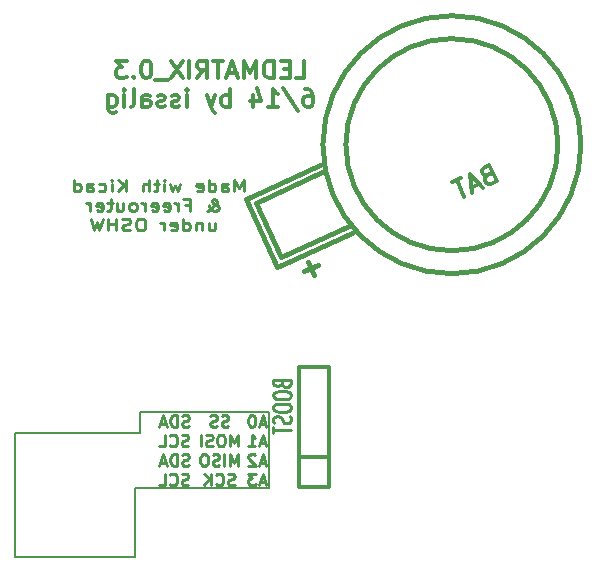
<source format=gbo>
G04 (created by PCBNEW (2013-07-07 BZR 4022)-stable) date 01/06/2014 15:28:08*
%MOIN*%
G04 Gerber Fmt 3.4, Leading zero omitted, Abs format*
%FSLAX34Y34*%
G01*
G70*
G90*
G04 APERTURE LIST*
%ADD10C,0.00590551*%
%ADD11C,0.00787402*%
%ADD12C,0.00984252*%
%ADD13C,0.011811*%
%ADD14C,0.015*%
%ADD15C,0.012*%
%ADD16C,0.01*%
G04 APERTURE END LIST*
G54D10*
G54D11*
X76850Y-45550D02*
X77000Y-45550D01*
X76850Y-47850D02*
X76850Y-45550D01*
X72850Y-47850D02*
X76850Y-47850D01*
X72850Y-46850D02*
X72850Y-47850D01*
X72850Y-43700D02*
X72850Y-46850D01*
X77000Y-43700D02*
X72850Y-43700D01*
X77000Y-43000D02*
X77000Y-43700D01*
X81300Y-45550D02*
X77000Y-45550D01*
X81300Y-43000D02*
X81300Y-45550D01*
X77000Y-43000D02*
X81300Y-43000D01*
G54D12*
X80464Y-35659D02*
X80464Y-35265D01*
X80307Y-35546D01*
X80149Y-35265D01*
X80149Y-35659D01*
X79722Y-35659D02*
X79722Y-35453D01*
X79744Y-35415D01*
X79789Y-35396D01*
X79879Y-35396D01*
X79924Y-35415D01*
X79722Y-35640D02*
X79767Y-35659D01*
X79879Y-35659D01*
X79924Y-35640D01*
X79947Y-35603D01*
X79947Y-35565D01*
X79924Y-35528D01*
X79879Y-35509D01*
X79767Y-35509D01*
X79722Y-35490D01*
X79294Y-35659D02*
X79294Y-35265D01*
X79294Y-35640D02*
X79339Y-35659D01*
X79429Y-35659D01*
X79474Y-35640D01*
X79497Y-35621D01*
X79519Y-35584D01*
X79519Y-35471D01*
X79497Y-35434D01*
X79474Y-35415D01*
X79429Y-35396D01*
X79339Y-35396D01*
X79294Y-35415D01*
X78889Y-35640D02*
X78934Y-35659D01*
X79024Y-35659D01*
X79069Y-35640D01*
X79092Y-35603D01*
X79092Y-35453D01*
X79069Y-35415D01*
X79024Y-35396D01*
X78934Y-35396D01*
X78889Y-35415D01*
X78867Y-35453D01*
X78867Y-35490D01*
X79092Y-35528D01*
X78349Y-35396D02*
X78259Y-35659D01*
X78169Y-35471D01*
X78079Y-35659D01*
X77989Y-35396D01*
X77809Y-35659D02*
X77809Y-35396D01*
X77809Y-35265D02*
X77832Y-35284D01*
X77809Y-35303D01*
X77787Y-35284D01*
X77809Y-35265D01*
X77809Y-35303D01*
X77652Y-35396D02*
X77472Y-35396D01*
X77584Y-35265D02*
X77584Y-35603D01*
X77562Y-35640D01*
X77517Y-35659D01*
X77472Y-35659D01*
X77315Y-35659D02*
X77315Y-35265D01*
X77112Y-35659D02*
X77112Y-35453D01*
X77135Y-35415D01*
X77180Y-35396D01*
X77247Y-35396D01*
X77292Y-35415D01*
X77315Y-35434D01*
X76527Y-35659D02*
X76527Y-35265D01*
X76257Y-35659D02*
X76460Y-35434D01*
X76257Y-35265D02*
X76527Y-35490D01*
X76055Y-35659D02*
X76055Y-35396D01*
X76055Y-35265D02*
X76077Y-35284D01*
X76055Y-35303D01*
X76032Y-35284D01*
X76055Y-35265D01*
X76055Y-35303D01*
X75627Y-35640D02*
X75672Y-35659D01*
X75762Y-35659D01*
X75807Y-35640D01*
X75830Y-35621D01*
X75852Y-35584D01*
X75852Y-35471D01*
X75830Y-35434D01*
X75807Y-35415D01*
X75762Y-35396D01*
X75672Y-35396D01*
X75627Y-35415D01*
X75222Y-35659D02*
X75222Y-35453D01*
X75245Y-35415D01*
X75290Y-35396D01*
X75380Y-35396D01*
X75425Y-35415D01*
X75222Y-35640D02*
X75267Y-35659D01*
X75380Y-35659D01*
X75425Y-35640D01*
X75447Y-35603D01*
X75447Y-35565D01*
X75425Y-35528D01*
X75380Y-35509D01*
X75267Y-35509D01*
X75222Y-35490D01*
X74795Y-35659D02*
X74795Y-35265D01*
X74795Y-35640D02*
X74840Y-35659D01*
X74930Y-35659D01*
X74975Y-35640D01*
X74997Y-35621D01*
X75020Y-35584D01*
X75020Y-35471D01*
X74997Y-35434D01*
X74975Y-35415D01*
X74930Y-35396D01*
X74840Y-35396D01*
X74795Y-35415D01*
X79238Y-36308D02*
X79261Y-36308D01*
X79306Y-36290D01*
X79373Y-36233D01*
X79485Y-36121D01*
X79530Y-36065D01*
X79553Y-36008D01*
X79553Y-35971D01*
X79530Y-35934D01*
X79485Y-35915D01*
X79463Y-35915D01*
X79418Y-35934D01*
X79396Y-35971D01*
X79396Y-35990D01*
X79418Y-36027D01*
X79441Y-36046D01*
X79575Y-36121D01*
X79598Y-36140D01*
X79620Y-36177D01*
X79620Y-36233D01*
X79598Y-36271D01*
X79575Y-36290D01*
X79530Y-36308D01*
X79463Y-36308D01*
X79418Y-36290D01*
X79396Y-36271D01*
X79328Y-36196D01*
X79306Y-36140D01*
X79306Y-36102D01*
X78518Y-36102D02*
X78676Y-36102D01*
X78676Y-36308D02*
X78676Y-35915D01*
X78451Y-35915D01*
X78271Y-36308D02*
X78271Y-36046D01*
X78271Y-36121D02*
X78248Y-36083D01*
X78226Y-36065D01*
X78181Y-36046D01*
X78136Y-36046D01*
X77798Y-36290D02*
X77843Y-36308D01*
X77933Y-36308D01*
X77978Y-36290D01*
X78001Y-36252D01*
X78001Y-36102D01*
X77978Y-36065D01*
X77933Y-36046D01*
X77843Y-36046D01*
X77798Y-36065D01*
X77776Y-36102D01*
X77776Y-36140D01*
X78001Y-36177D01*
X77393Y-36290D02*
X77438Y-36308D01*
X77528Y-36308D01*
X77573Y-36290D01*
X77596Y-36252D01*
X77596Y-36102D01*
X77573Y-36065D01*
X77528Y-36046D01*
X77438Y-36046D01*
X77393Y-36065D01*
X77371Y-36102D01*
X77371Y-36140D01*
X77596Y-36177D01*
X77168Y-36308D02*
X77168Y-36046D01*
X77168Y-36121D02*
X77146Y-36083D01*
X77123Y-36065D01*
X77078Y-36046D01*
X77033Y-36046D01*
X76808Y-36308D02*
X76853Y-36290D01*
X76876Y-36271D01*
X76898Y-36233D01*
X76898Y-36121D01*
X76876Y-36083D01*
X76853Y-36065D01*
X76808Y-36046D01*
X76741Y-36046D01*
X76696Y-36065D01*
X76673Y-36083D01*
X76651Y-36121D01*
X76651Y-36233D01*
X76673Y-36271D01*
X76696Y-36290D01*
X76741Y-36308D01*
X76808Y-36308D01*
X76246Y-36046D02*
X76246Y-36308D01*
X76448Y-36046D02*
X76448Y-36252D01*
X76426Y-36290D01*
X76381Y-36308D01*
X76313Y-36308D01*
X76268Y-36290D01*
X76246Y-36271D01*
X76088Y-36046D02*
X75908Y-36046D01*
X76021Y-35915D02*
X76021Y-36252D01*
X75998Y-36290D01*
X75953Y-36308D01*
X75908Y-36308D01*
X75571Y-36290D02*
X75616Y-36308D01*
X75706Y-36308D01*
X75751Y-36290D01*
X75773Y-36252D01*
X75773Y-36102D01*
X75751Y-36065D01*
X75706Y-36046D01*
X75616Y-36046D01*
X75571Y-36065D01*
X75548Y-36102D01*
X75548Y-36140D01*
X75773Y-36177D01*
X75346Y-36308D02*
X75346Y-36046D01*
X75346Y-36121D02*
X75324Y-36083D01*
X75301Y-36065D01*
X75256Y-36046D01*
X75211Y-36046D01*
X79294Y-36696D02*
X79294Y-36958D01*
X79497Y-36696D02*
X79497Y-36902D01*
X79474Y-36939D01*
X79429Y-36958D01*
X79362Y-36958D01*
X79317Y-36939D01*
X79294Y-36921D01*
X79069Y-36696D02*
X79069Y-36958D01*
X79069Y-36733D02*
X79047Y-36714D01*
X79002Y-36696D01*
X78934Y-36696D01*
X78889Y-36714D01*
X78867Y-36752D01*
X78867Y-36958D01*
X78439Y-36958D02*
X78439Y-36564D01*
X78439Y-36939D02*
X78484Y-36958D01*
X78574Y-36958D01*
X78619Y-36939D01*
X78642Y-36921D01*
X78664Y-36883D01*
X78664Y-36771D01*
X78642Y-36733D01*
X78619Y-36714D01*
X78574Y-36696D01*
X78484Y-36696D01*
X78439Y-36714D01*
X78034Y-36939D02*
X78079Y-36958D01*
X78169Y-36958D01*
X78214Y-36939D01*
X78237Y-36902D01*
X78237Y-36752D01*
X78214Y-36714D01*
X78169Y-36696D01*
X78079Y-36696D01*
X78034Y-36714D01*
X78012Y-36752D01*
X78012Y-36789D01*
X78237Y-36827D01*
X77809Y-36958D02*
X77809Y-36696D01*
X77809Y-36771D02*
X77787Y-36733D01*
X77764Y-36714D01*
X77719Y-36696D01*
X77674Y-36696D01*
X77067Y-36564D02*
X76977Y-36564D01*
X76932Y-36583D01*
X76887Y-36621D01*
X76865Y-36696D01*
X76865Y-36827D01*
X76887Y-36902D01*
X76932Y-36939D01*
X76977Y-36958D01*
X77067Y-36958D01*
X77112Y-36939D01*
X77157Y-36902D01*
X77180Y-36827D01*
X77180Y-36696D01*
X77157Y-36621D01*
X77112Y-36583D01*
X77067Y-36564D01*
X76685Y-36939D02*
X76617Y-36958D01*
X76505Y-36958D01*
X76460Y-36939D01*
X76437Y-36921D01*
X76415Y-36883D01*
X76415Y-36846D01*
X76437Y-36808D01*
X76460Y-36789D01*
X76505Y-36771D01*
X76595Y-36752D01*
X76640Y-36733D01*
X76662Y-36714D01*
X76685Y-36677D01*
X76685Y-36639D01*
X76662Y-36602D01*
X76640Y-36583D01*
X76595Y-36564D01*
X76482Y-36564D01*
X76415Y-36583D01*
X76212Y-36958D02*
X76212Y-36564D01*
X76212Y-36752D02*
X75942Y-36752D01*
X75942Y-36958D02*
X75942Y-36564D01*
X75762Y-36564D02*
X75650Y-36958D01*
X75560Y-36677D01*
X75470Y-36958D01*
X75357Y-36564D01*
G54D13*
X82190Y-31889D02*
X82471Y-31889D01*
X82471Y-31298D01*
X81993Y-31579D02*
X81796Y-31579D01*
X81712Y-31889D02*
X81993Y-31889D01*
X81993Y-31298D01*
X81712Y-31298D01*
X81459Y-31889D02*
X81459Y-31298D01*
X81318Y-31298D01*
X81234Y-31326D01*
X81177Y-31382D01*
X81149Y-31439D01*
X81121Y-31551D01*
X81121Y-31635D01*
X81149Y-31748D01*
X81177Y-31804D01*
X81234Y-31860D01*
X81318Y-31889D01*
X81459Y-31889D01*
X80868Y-31889D02*
X80868Y-31298D01*
X80671Y-31720D01*
X80474Y-31298D01*
X80474Y-31889D01*
X80221Y-31720D02*
X79940Y-31720D01*
X80278Y-31889D02*
X80081Y-31298D01*
X79884Y-31889D01*
X79771Y-31298D02*
X79434Y-31298D01*
X79603Y-31889D02*
X79603Y-31298D01*
X78900Y-31889D02*
X79096Y-31607D01*
X79237Y-31889D02*
X79237Y-31298D01*
X79012Y-31298D01*
X78956Y-31326D01*
X78928Y-31354D01*
X78900Y-31410D01*
X78900Y-31495D01*
X78928Y-31551D01*
X78956Y-31579D01*
X79012Y-31607D01*
X79237Y-31607D01*
X78646Y-31889D02*
X78646Y-31298D01*
X78421Y-31298D02*
X78028Y-31889D01*
X78028Y-31298D02*
X78421Y-31889D01*
X77943Y-31945D02*
X77493Y-31945D01*
X77240Y-31298D02*
X77184Y-31298D01*
X77128Y-31326D01*
X77100Y-31354D01*
X77072Y-31410D01*
X77044Y-31523D01*
X77044Y-31664D01*
X77072Y-31776D01*
X77100Y-31832D01*
X77128Y-31860D01*
X77184Y-31889D01*
X77240Y-31889D01*
X77297Y-31860D01*
X77325Y-31832D01*
X77353Y-31776D01*
X77381Y-31664D01*
X77381Y-31523D01*
X77353Y-31410D01*
X77325Y-31354D01*
X77297Y-31326D01*
X77240Y-31298D01*
X76790Y-31832D02*
X76762Y-31860D01*
X76790Y-31889D01*
X76819Y-31860D01*
X76790Y-31832D01*
X76790Y-31889D01*
X76565Y-31298D02*
X76200Y-31298D01*
X76397Y-31523D01*
X76312Y-31523D01*
X76256Y-31551D01*
X76228Y-31579D01*
X76200Y-31635D01*
X76200Y-31776D01*
X76228Y-31832D01*
X76256Y-31860D01*
X76312Y-31889D01*
X76481Y-31889D01*
X76537Y-31860D01*
X76565Y-31832D01*
X82499Y-32243D02*
X82612Y-32243D01*
X82668Y-32271D01*
X82696Y-32299D01*
X82752Y-32383D01*
X82780Y-32496D01*
X82780Y-32721D01*
X82752Y-32777D01*
X82724Y-32805D01*
X82668Y-32833D01*
X82555Y-32833D01*
X82499Y-32805D01*
X82471Y-32777D01*
X82443Y-32721D01*
X82443Y-32580D01*
X82471Y-32524D01*
X82499Y-32496D01*
X82555Y-32468D01*
X82668Y-32468D01*
X82724Y-32496D01*
X82752Y-32524D01*
X82780Y-32580D01*
X81768Y-32215D02*
X82274Y-32974D01*
X81262Y-32833D02*
X81599Y-32833D01*
X81430Y-32833D02*
X81430Y-32243D01*
X81487Y-32327D01*
X81543Y-32383D01*
X81599Y-32412D01*
X80756Y-32440D02*
X80756Y-32833D01*
X80896Y-32215D02*
X81037Y-32637D01*
X80671Y-32637D01*
X79996Y-32833D02*
X79996Y-32243D01*
X79996Y-32468D02*
X79940Y-32440D01*
X79828Y-32440D01*
X79771Y-32468D01*
X79743Y-32496D01*
X79715Y-32552D01*
X79715Y-32721D01*
X79743Y-32777D01*
X79771Y-32805D01*
X79828Y-32833D01*
X79940Y-32833D01*
X79996Y-32805D01*
X79518Y-32440D02*
X79378Y-32833D01*
X79237Y-32440D02*
X79378Y-32833D01*
X79434Y-32974D01*
X79462Y-33002D01*
X79518Y-33030D01*
X78562Y-32833D02*
X78562Y-32440D01*
X78562Y-32243D02*
X78590Y-32271D01*
X78562Y-32299D01*
X78534Y-32271D01*
X78562Y-32243D01*
X78562Y-32299D01*
X78309Y-32805D02*
X78253Y-32833D01*
X78140Y-32833D01*
X78084Y-32805D01*
X78056Y-32749D01*
X78056Y-32721D01*
X78084Y-32665D01*
X78140Y-32637D01*
X78225Y-32637D01*
X78281Y-32608D01*
X78309Y-32552D01*
X78309Y-32524D01*
X78281Y-32468D01*
X78225Y-32440D01*
X78140Y-32440D01*
X78084Y-32468D01*
X77831Y-32805D02*
X77775Y-32833D01*
X77662Y-32833D01*
X77606Y-32805D01*
X77578Y-32749D01*
X77578Y-32721D01*
X77606Y-32665D01*
X77662Y-32637D01*
X77747Y-32637D01*
X77803Y-32608D01*
X77831Y-32552D01*
X77831Y-32524D01*
X77803Y-32468D01*
X77747Y-32440D01*
X77662Y-32440D01*
X77606Y-32468D01*
X77072Y-32833D02*
X77072Y-32524D01*
X77100Y-32468D01*
X77156Y-32440D01*
X77269Y-32440D01*
X77325Y-32468D01*
X77072Y-32805D02*
X77128Y-32833D01*
X77269Y-32833D01*
X77325Y-32805D01*
X77353Y-32749D01*
X77353Y-32693D01*
X77325Y-32637D01*
X77269Y-32608D01*
X77128Y-32608D01*
X77072Y-32580D01*
X76706Y-32833D02*
X76762Y-32805D01*
X76790Y-32749D01*
X76790Y-32243D01*
X76481Y-32833D02*
X76481Y-32440D01*
X76481Y-32243D02*
X76509Y-32271D01*
X76481Y-32299D01*
X76453Y-32271D01*
X76481Y-32243D01*
X76481Y-32299D01*
X75947Y-32440D02*
X75947Y-32918D01*
X75975Y-32974D01*
X76003Y-33002D01*
X76059Y-33030D01*
X76144Y-33030D01*
X76200Y-33002D01*
X75947Y-32805D02*
X76003Y-32833D01*
X76116Y-32833D01*
X76172Y-32805D01*
X76200Y-32777D01*
X76228Y-32721D01*
X76228Y-32552D01*
X76200Y-32496D01*
X76172Y-32468D01*
X76116Y-32440D01*
X76003Y-32440D01*
X75947Y-32468D01*
G54D12*
X81181Y-43396D02*
X80993Y-43396D01*
X81218Y-43509D02*
X81087Y-43115D01*
X80956Y-43509D01*
X80750Y-43115D02*
X80712Y-43115D01*
X80675Y-43134D01*
X80656Y-43153D01*
X80637Y-43190D01*
X80618Y-43265D01*
X80618Y-43359D01*
X80637Y-43434D01*
X80656Y-43471D01*
X80675Y-43490D01*
X80712Y-43509D01*
X80750Y-43509D01*
X80787Y-43490D01*
X80806Y-43471D01*
X80825Y-43434D01*
X80843Y-43359D01*
X80843Y-43265D01*
X80825Y-43190D01*
X80806Y-43153D01*
X80787Y-43134D01*
X80750Y-43115D01*
X81181Y-44046D02*
X80993Y-44046D01*
X81218Y-44158D02*
X81087Y-43765D01*
X80956Y-44158D01*
X80618Y-44158D02*
X80843Y-44158D01*
X80731Y-44158D02*
X80731Y-43765D01*
X80768Y-43821D01*
X80806Y-43858D01*
X80843Y-43877D01*
X81181Y-44696D02*
X80993Y-44696D01*
X81218Y-44808D02*
X81087Y-44414D01*
X80956Y-44808D01*
X80843Y-44452D02*
X80825Y-44433D01*
X80787Y-44414D01*
X80693Y-44414D01*
X80656Y-44433D01*
X80637Y-44452D01*
X80618Y-44489D01*
X80618Y-44527D01*
X80637Y-44583D01*
X80862Y-44808D01*
X80618Y-44808D01*
X81181Y-45345D02*
X80993Y-45345D01*
X81218Y-45458D02*
X81087Y-45064D01*
X80956Y-45458D01*
X80862Y-45064D02*
X80618Y-45064D01*
X80750Y-45214D01*
X80693Y-45214D01*
X80656Y-45233D01*
X80637Y-45251D01*
X80618Y-45289D01*
X80618Y-45383D01*
X80637Y-45420D01*
X80656Y-45439D01*
X80693Y-45458D01*
X80806Y-45458D01*
X80843Y-45439D01*
X80862Y-45420D01*
X78628Y-43490D02*
X78571Y-43509D01*
X78478Y-43509D01*
X78440Y-43490D01*
X78421Y-43471D01*
X78403Y-43434D01*
X78403Y-43396D01*
X78421Y-43359D01*
X78440Y-43340D01*
X78478Y-43321D01*
X78553Y-43303D01*
X78590Y-43284D01*
X78609Y-43265D01*
X78628Y-43228D01*
X78628Y-43190D01*
X78609Y-43153D01*
X78590Y-43134D01*
X78553Y-43115D01*
X78459Y-43115D01*
X78403Y-43134D01*
X78234Y-43509D02*
X78234Y-43115D01*
X78140Y-43115D01*
X78084Y-43134D01*
X78046Y-43171D01*
X78028Y-43209D01*
X78009Y-43284D01*
X78009Y-43340D01*
X78028Y-43415D01*
X78046Y-43453D01*
X78084Y-43490D01*
X78140Y-43509D01*
X78234Y-43509D01*
X77859Y-43396D02*
X77671Y-43396D01*
X77896Y-43509D02*
X77765Y-43115D01*
X77634Y-43509D01*
X78618Y-44140D02*
X78562Y-44158D01*
X78468Y-44158D01*
X78431Y-44140D01*
X78412Y-44121D01*
X78393Y-44083D01*
X78393Y-44046D01*
X78412Y-44008D01*
X78431Y-43990D01*
X78468Y-43971D01*
X78543Y-43952D01*
X78581Y-43933D01*
X78599Y-43915D01*
X78618Y-43877D01*
X78618Y-43840D01*
X78599Y-43802D01*
X78581Y-43784D01*
X78543Y-43765D01*
X78449Y-43765D01*
X78393Y-43784D01*
X78000Y-44121D02*
X78018Y-44140D01*
X78075Y-44158D01*
X78112Y-44158D01*
X78168Y-44140D01*
X78206Y-44102D01*
X78224Y-44065D01*
X78243Y-43990D01*
X78243Y-43933D01*
X78224Y-43858D01*
X78206Y-43821D01*
X78168Y-43784D01*
X78112Y-43765D01*
X78075Y-43765D01*
X78018Y-43784D01*
X78000Y-43802D01*
X77643Y-44158D02*
X77831Y-44158D01*
X77831Y-43765D01*
X78628Y-44789D02*
X78571Y-44808D01*
X78478Y-44808D01*
X78440Y-44789D01*
X78421Y-44771D01*
X78403Y-44733D01*
X78403Y-44696D01*
X78421Y-44658D01*
X78440Y-44639D01*
X78478Y-44621D01*
X78553Y-44602D01*
X78590Y-44583D01*
X78609Y-44564D01*
X78628Y-44527D01*
X78628Y-44489D01*
X78609Y-44452D01*
X78590Y-44433D01*
X78553Y-44414D01*
X78459Y-44414D01*
X78403Y-44433D01*
X78234Y-44808D02*
X78234Y-44414D01*
X78140Y-44414D01*
X78084Y-44433D01*
X78046Y-44471D01*
X78028Y-44508D01*
X78009Y-44583D01*
X78009Y-44639D01*
X78028Y-44714D01*
X78046Y-44752D01*
X78084Y-44789D01*
X78140Y-44808D01*
X78234Y-44808D01*
X77859Y-44696D02*
X77671Y-44696D01*
X77896Y-44808D02*
X77765Y-44414D01*
X77634Y-44808D01*
X78618Y-45439D02*
X78562Y-45458D01*
X78468Y-45458D01*
X78431Y-45439D01*
X78412Y-45420D01*
X78393Y-45383D01*
X78393Y-45345D01*
X78412Y-45308D01*
X78431Y-45289D01*
X78468Y-45270D01*
X78543Y-45251D01*
X78581Y-45233D01*
X78599Y-45214D01*
X78618Y-45176D01*
X78618Y-45139D01*
X78599Y-45101D01*
X78581Y-45083D01*
X78543Y-45064D01*
X78449Y-45064D01*
X78393Y-45083D01*
X78000Y-45420D02*
X78018Y-45439D01*
X78075Y-45458D01*
X78112Y-45458D01*
X78168Y-45439D01*
X78206Y-45401D01*
X78224Y-45364D01*
X78243Y-45289D01*
X78243Y-45233D01*
X78224Y-45158D01*
X78206Y-45120D01*
X78168Y-45083D01*
X78112Y-45064D01*
X78075Y-45064D01*
X78018Y-45083D01*
X78000Y-45101D01*
X77643Y-45458D02*
X77831Y-45458D01*
X77831Y-45064D01*
X79949Y-43490D02*
X79893Y-43509D01*
X79799Y-43509D01*
X79762Y-43490D01*
X79743Y-43471D01*
X79724Y-43434D01*
X79724Y-43396D01*
X79743Y-43359D01*
X79762Y-43340D01*
X79799Y-43321D01*
X79874Y-43303D01*
X79912Y-43284D01*
X79931Y-43265D01*
X79949Y-43228D01*
X79949Y-43190D01*
X79931Y-43153D01*
X79912Y-43134D01*
X79874Y-43115D01*
X79781Y-43115D01*
X79724Y-43134D01*
X79575Y-43490D02*
X79518Y-43509D01*
X79425Y-43509D01*
X79387Y-43490D01*
X79368Y-43471D01*
X79350Y-43434D01*
X79350Y-43396D01*
X79368Y-43359D01*
X79387Y-43340D01*
X79425Y-43321D01*
X79500Y-43303D01*
X79537Y-43284D01*
X79556Y-43265D01*
X79575Y-43228D01*
X79575Y-43190D01*
X79556Y-43153D01*
X79537Y-43134D01*
X79500Y-43115D01*
X79406Y-43115D01*
X79350Y-43134D01*
X80268Y-44158D02*
X80268Y-43765D01*
X80137Y-44046D01*
X80006Y-43765D01*
X80006Y-44158D01*
X79743Y-43765D02*
X79668Y-43765D01*
X79631Y-43784D01*
X79593Y-43821D01*
X79575Y-43896D01*
X79575Y-44027D01*
X79593Y-44102D01*
X79631Y-44140D01*
X79668Y-44158D01*
X79743Y-44158D01*
X79781Y-44140D01*
X79818Y-44102D01*
X79837Y-44027D01*
X79837Y-43896D01*
X79818Y-43821D01*
X79781Y-43784D01*
X79743Y-43765D01*
X79425Y-44140D02*
X79368Y-44158D01*
X79275Y-44158D01*
X79237Y-44140D01*
X79218Y-44121D01*
X79200Y-44083D01*
X79200Y-44046D01*
X79218Y-44008D01*
X79237Y-43990D01*
X79275Y-43971D01*
X79350Y-43952D01*
X79387Y-43933D01*
X79406Y-43915D01*
X79425Y-43877D01*
X79425Y-43840D01*
X79406Y-43802D01*
X79387Y-43784D01*
X79350Y-43765D01*
X79256Y-43765D01*
X79200Y-43784D01*
X79031Y-44158D02*
X79031Y-43765D01*
X80268Y-44808D02*
X80268Y-44414D01*
X80137Y-44696D01*
X80006Y-44414D01*
X80006Y-44808D01*
X79818Y-44808D02*
X79818Y-44414D01*
X79650Y-44789D02*
X79593Y-44808D01*
X79500Y-44808D01*
X79462Y-44789D01*
X79443Y-44771D01*
X79425Y-44733D01*
X79425Y-44696D01*
X79443Y-44658D01*
X79462Y-44639D01*
X79500Y-44621D01*
X79575Y-44602D01*
X79612Y-44583D01*
X79631Y-44564D01*
X79650Y-44527D01*
X79650Y-44489D01*
X79631Y-44452D01*
X79612Y-44433D01*
X79575Y-44414D01*
X79481Y-44414D01*
X79425Y-44433D01*
X79181Y-44414D02*
X79106Y-44414D01*
X79068Y-44433D01*
X79031Y-44471D01*
X79012Y-44546D01*
X79012Y-44677D01*
X79031Y-44752D01*
X79068Y-44789D01*
X79106Y-44808D01*
X79181Y-44808D01*
X79218Y-44789D01*
X79256Y-44752D01*
X79275Y-44677D01*
X79275Y-44546D01*
X79256Y-44471D01*
X79218Y-44433D01*
X79181Y-44414D01*
X80156Y-45439D02*
X80099Y-45458D01*
X80006Y-45458D01*
X79968Y-45439D01*
X79949Y-45420D01*
X79931Y-45383D01*
X79931Y-45345D01*
X79949Y-45308D01*
X79968Y-45289D01*
X80006Y-45270D01*
X80081Y-45251D01*
X80118Y-45233D01*
X80137Y-45214D01*
X80156Y-45176D01*
X80156Y-45139D01*
X80137Y-45101D01*
X80118Y-45083D01*
X80081Y-45064D01*
X79987Y-45064D01*
X79931Y-45083D01*
X79537Y-45420D02*
X79556Y-45439D01*
X79612Y-45458D01*
X79649Y-45458D01*
X79706Y-45439D01*
X79743Y-45401D01*
X79762Y-45364D01*
X79781Y-45289D01*
X79781Y-45233D01*
X79762Y-45158D01*
X79743Y-45120D01*
X79706Y-45083D01*
X79649Y-45064D01*
X79612Y-45064D01*
X79556Y-45083D01*
X79537Y-45101D01*
X79368Y-45458D02*
X79368Y-45064D01*
X79143Y-45458D02*
X79312Y-45233D01*
X79143Y-45064D02*
X79368Y-45289D01*
G54D14*
X82596Y-37995D02*
X82807Y-38448D01*
X82928Y-38116D02*
X82475Y-38327D01*
X83125Y-34989D02*
X80859Y-36046D01*
X80859Y-36046D02*
X81705Y-37858D01*
X81705Y-37858D02*
X83970Y-36802D01*
X80754Y-35819D02*
X80527Y-35925D01*
X80527Y-35925D02*
X81584Y-38191D01*
X81584Y-38191D02*
X81810Y-38085D01*
X81207Y-35608D02*
X80754Y-35819D01*
X81810Y-38085D02*
X84076Y-37029D01*
X83019Y-34763D02*
X81207Y-35608D01*
X90935Y-34100D02*
G75*
G03X90935Y-34100I-3535J0D01*
G74*
G01*
X91701Y-34100D02*
G75*
G03X91701Y-34100I-4301J0D01*
G74*
G01*
G54D15*
X83300Y-45500D02*
X83300Y-45500D01*
X82300Y-45500D02*
X83300Y-45500D01*
X83300Y-45500D02*
X83300Y-45500D01*
X83300Y-45500D02*
X83300Y-41500D01*
X83300Y-41500D02*
X82300Y-41500D01*
X82300Y-41500D02*
X82300Y-45500D01*
X82300Y-44500D02*
X83300Y-44500D01*
X88586Y-35123D02*
X88520Y-35185D01*
X88506Y-35223D01*
X88505Y-35286D01*
X88541Y-35364D01*
X88591Y-35404D01*
X88629Y-35418D01*
X88693Y-35419D01*
X88900Y-35323D01*
X88646Y-34779D01*
X88465Y-34864D01*
X88425Y-34914D01*
X88412Y-34952D01*
X88410Y-35015D01*
X88434Y-35067D01*
X88484Y-35107D01*
X88522Y-35121D01*
X88586Y-35123D01*
X88767Y-35038D01*
X88310Y-35409D02*
X88051Y-35530D01*
X88434Y-35540D02*
X87999Y-35081D01*
X88071Y-35709D01*
X87714Y-35214D02*
X87403Y-35359D01*
X87812Y-35830D02*
X87559Y-35286D01*
G54D16*
X81728Y-42066D02*
X81757Y-42123D01*
X81785Y-42142D01*
X81842Y-42161D01*
X81928Y-42161D01*
X81985Y-42142D01*
X82014Y-42123D01*
X82042Y-42085D01*
X82042Y-41933D01*
X81442Y-41933D01*
X81442Y-42066D01*
X81471Y-42104D01*
X81500Y-42123D01*
X81557Y-42142D01*
X81614Y-42142D01*
X81671Y-42123D01*
X81700Y-42104D01*
X81728Y-42066D01*
X81728Y-41933D01*
X81442Y-42409D02*
X81442Y-42485D01*
X81471Y-42523D01*
X81528Y-42561D01*
X81642Y-42580D01*
X81842Y-42580D01*
X81957Y-42561D01*
X82014Y-42523D01*
X82042Y-42485D01*
X82042Y-42409D01*
X82014Y-42371D01*
X81957Y-42333D01*
X81842Y-42314D01*
X81642Y-42314D01*
X81528Y-42333D01*
X81471Y-42371D01*
X81442Y-42409D01*
X81442Y-42828D02*
X81442Y-42904D01*
X81471Y-42942D01*
X81528Y-42980D01*
X81642Y-43000D01*
X81842Y-43000D01*
X81957Y-42980D01*
X82014Y-42942D01*
X82042Y-42904D01*
X82042Y-42828D01*
X82014Y-42790D01*
X81957Y-42752D01*
X81842Y-42733D01*
X81642Y-42733D01*
X81528Y-42752D01*
X81471Y-42790D01*
X81442Y-42828D01*
X82014Y-43152D02*
X82042Y-43209D01*
X82042Y-43304D01*
X82014Y-43342D01*
X81985Y-43361D01*
X81928Y-43380D01*
X81871Y-43380D01*
X81814Y-43361D01*
X81785Y-43342D01*
X81757Y-43304D01*
X81728Y-43228D01*
X81700Y-43190D01*
X81671Y-43171D01*
X81614Y-43152D01*
X81557Y-43152D01*
X81500Y-43171D01*
X81471Y-43190D01*
X81442Y-43228D01*
X81442Y-43323D01*
X81471Y-43380D01*
X81442Y-43495D02*
X81442Y-43723D01*
X82042Y-43609D02*
X81442Y-43609D01*
M02*

</source>
